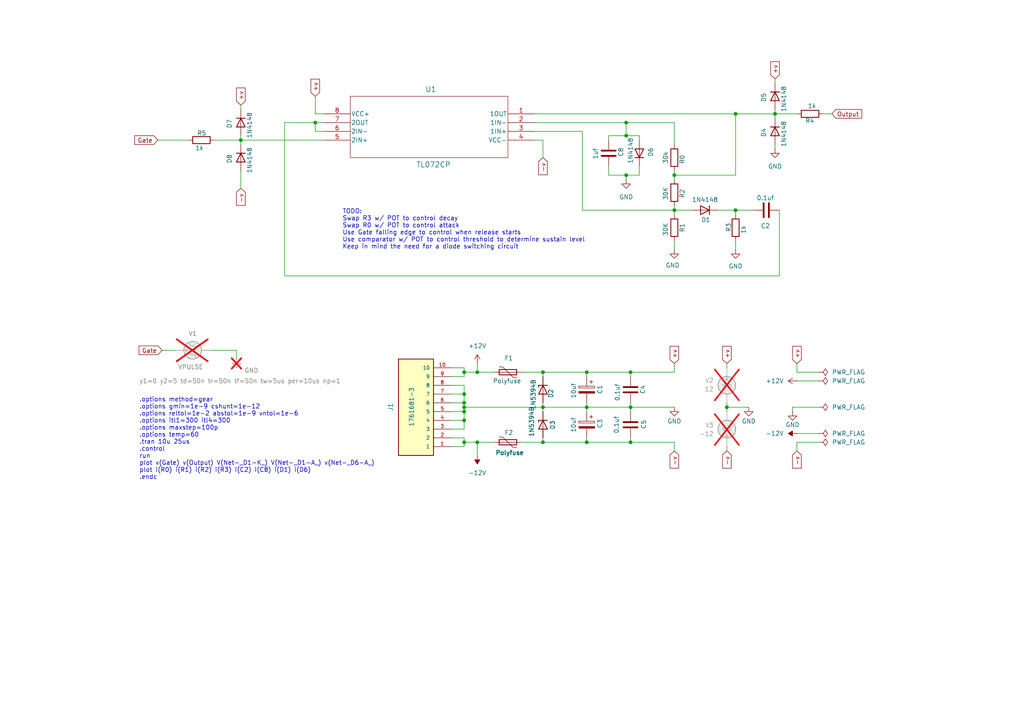
<source format=kicad_sch>
(kicad_sch (version 20250114) (generator "eeschema") (generator_version "9.0")
  (paper "A4")
  (title_block (title "Mono-Stable MultiVibrator") (date "2025-10-05") (rev "0.1b") (company "R-mods"))
  (lib_symbols
    (symbol "1761681-3:1761681-3" (pin_names (offset 1.016))
      (property "Reference" "J" (at -5.58 15.24 0))
      (property "Value" "1761681-3" (at -5.08 -15.24 0))
      (symbol "1761681-3_0_0"
        (rectangle (start -5.08 -12.7) (end 5.08 15.24) (stroke (width 0.254)) (fill (type background)))
        (pin passive line (at -10.16 12.7 0) (length 5.08) (name "1") (number "1"))
        (pin passive line (at -10.16 10.16 0) (length 5.08) (name "2") (number "2"))
        (pin passive line (at -10.16 7.62 0) (length 5.08) (name "3") (number "3"))
        (pin passive line (at -10.16 5.08 0) (length 5.08) (name "4") (number "4"))
        (pin passive line (at -10.16 2.54 0) (length 5.08) (name "5") (number "5"))
        (pin passive line (at -10.16 0 0) (length 5.08) (name "6") (number "6"))
        (pin passive line (at -10.16 -2.54 0) (length 5.08) (name "7") (number "7"))
        (pin passive line (at -10.16 -5.08 0) (length 5.08) (name "8") (number "8"))
        (pin passive line (at -10.16 -7.62 0) (length 5.08) (name "9") (number "9"))
        (pin passive line (at -10.16 -10.16 0) (length 5.08) (name "10") (number "10"))
      )
    )
    (symbol "2025-08-15_11-35-44:TL072CP" (pin_names (offset 0.254))
      (property "Reference" "U" (at 30.48 10.16 0))
      (property "Value" "TL072CP" (at 30.48 7.62 0))
      (symbol "TL072CP_0_1"
        (polyline (pts (xy 7.62 5.08) (xy 7.62 -12.7)) (stroke (width 0.127)))
        (polyline (pts (xy 7.62 -12.7) (xy 53.34 -12.7)) (stroke (width 0.127)))
        (polyline (pts (xy 53.34 5.08) (xy 7.62 5.08)) (stroke (width 0.127)))
        (polyline (pts (xy 53.34 -12.7) (xy 53.34 5.08)) (stroke (width 0.127)))
        (pin output line (at 0 0 0) (length 7.62) (name "1OUT") (number "1"))
        (pin input line (at 0 -2.54 0) (length 7.62) (name "1IN-") (number "2"))
        (pin input line (at 0 -5.08 0) (length 7.62) (name "1IN+") (number "3"))
        (pin power_in line (at 0 -7.62 0) (length 7.62) (name "VCC-") (number "4"))
        (pin power_in line (at 60.96 0 180) (length 7.62) (name "VCC+") (number "8"))
        (pin output line (at 60.96 -2.54 180) (length 7.62) (name "2OUT") (number "7"))
        (pin input line (at 60.96 -5.08 180) (length 7.62) (name "2IN-") (number "6"))
        (pin input line (at 60.96 -7.62 180) (length 7.62) (name "2IN+") (number "5"))
      )
    )
    (symbol "Device:C" (pin_numbers (hide yes)) (pin_names (offset 0.254))
      (property "Reference" "C" (at 0.635 2.54 0))
      (property "Value" "C" (at 0.635 -2.54 0))
      (symbol "C_0_1"
        (polyline (pts (xy -2.032 0.762) (xy 2.032 0.762)) (stroke (width 0.508)))
        (polyline (pts (xy -2.032 -0.762) (xy 2.032 -0.762)) (stroke (width 0.508)))
      )
      (symbol "C_1_1"
        (pin passive line (at 0 3.81 270) (length 2.794) (name "~") (number "1"))
        (pin passive line (at 0 -3.81 90) (length 2.794) (name "~") (number "2"))
      )
    )
    (symbol "Device:C_Polarized" (pin_numbers (hide yes)) (pin_names (offset 0.254))
      (property "Reference" "C" (at 0.635 2.54 0))
      (property "Value" "C_Polarized" (at 0.635 -2.54 0))
      (symbol "C_Polarized_0_1"
        (rectangle (start -2.286 0.508) (end 2.286 1.016))
        (polyline (pts (xy -1.778 2.286) (xy -0.762 2.286)))
        (polyline (pts (xy -1.27 2.794) (xy -1.27 1.778)))
        (rectangle (start 2.286 -0.508) (end -2.286 -1.016) (fill (type outline)))
      )
      (symbol "C_Polarized_1_1"
        (pin passive line (at 0 3.81 270) (length 2.794) (name "~") (number "1"))
        (pin passive line (at 0 -3.81 90) (length 2.794) (name "~") (number "2"))
      )
    )
    (symbol "Device:D" (pin_numbers (hide yes)) (pin_names (offset 1.016) (hide yes))
      (property "Reference" "D" (at 0 2.54 0))
      (property "Value" "D" (at 0 -2.54 0))
      (symbol "D_0_1"
        (polyline (pts (xy -1.27 1.27) (xy -1.27 -1.27)) (stroke (width 0.254)))
        (polyline (pts (xy 1.27 1.27) (xy 1.27 -1.27) (xy -1.27 0) (xy 1.27 1.27)) (stroke (width 0.254)))
        (polyline (pts (xy 1.27 0) (xy -1.27 0)))
      )
      (symbol "D_1_1"
        (pin passive line (at -3.81 0 0) (length 2.54) (name "K") (number "1"))
        (pin passive line (at 3.81 0 180) (length 2.54) (name "A") (number "2"))
      )
    )
    (symbol "Device:Polyfuse" (pin_numbers (hide yes)) (pin_names (offset 0))
      (property "Reference" "F" (at -2.54 0 90))
      (property "Value" "Polyfuse" (at 2.54 0 90))
      (symbol "Polyfuse_0_1"
        (polyline (pts (xy -1.524 2.54) (xy -1.524 1.524) (xy 1.524 -1.524) (xy 1.524 -2.54)))
        (rectangle (start -0.762 2.54) (end 0.762 -2.54) (stroke (width 0.254)))
        (polyline (pts (xy 0 2.54) (xy 0 -2.54)))
      )
      (symbol "Polyfuse_1_1"
        (pin passive line (at 0 3.81 270) (length 1.27) (name "~") (number "1"))
        (pin passive line (at 0 -3.81 90) (length 1.27) (name "~") (number "2"))
      )
    )
    (symbol "Device:R" (pin_numbers (hide yes)) (pin_names (offset 0))
      (property "Reference" "R" (at 2.032 0 90))
      (property "Value" "R" (at 0 0 90))
      (symbol "R_0_1"
        (rectangle (start -1.016 -2.54) (end 1.016 2.54) (stroke (width 0.254)))
      )
      (symbol "R_1_1"
        (pin passive line (at 0 3.81 270) (length 1.27) (name "~") (number "1"))
        (pin passive line (at 0 -3.81 90) (length 1.27) (name "~") (number "2"))
      )
    )
    (symbol "Diode:1N53xxB" (pin_numbers (hide yes)) (pin_names (hide yes))
      (property "Reference" "D" (at 0 2.54 0))
      (property "Value" "1N53xxB" (at 0 -2.54 0))
      (symbol "1N53xxB_0_1"
        (polyline (pts (xy -1.27 -1.27) (xy -1.27 1.27) (xy -0.762 1.27)) (stroke (width 0.254)))
        (polyline (pts (xy 1.27 0) (xy -1.27 0)))
        (polyline (pts (xy 1.27 -1.27) (xy 1.27 1.27) (xy -1.27 0) (xy 1.27 -1.27)) (stroke (width 0.254)))
      )
      (symbol "1N53xxB_1_1"
        (pin passive line (at -3.81 0 0) (length 2.54) (name "K") (number "1"))
        (pin passive line (at 3.81 0 180) (length 2.54) (name "A") (number "2"))
      )
    )
    (symbol "Simulation_SPICE:VDC" (pin_numbers (hide yes)) (pin_names (offset 0.0254))
      (property "Reference" "V" (at 2.54 2.54 0))
      (property "Value" "1" (at 2.54 0 0))
      (symbol "VDC_0_0"
        (polyline (pts (xy -1.27 0.254) (xy 1.27 0.254)))
        (polyline (pts (xy -0.762 -0.254) (xy -1.27 -0.254)))
        (polyline (pts (xy 0.254 -0.254) (xy -0.254 -0.254)))
        (polyline (pts (xy 1.27 -0.254) (xy 0.762 -0.254)))
        (text "+" (at 0 1.905 0) (effects (font (size 1.27 1.27))))
      )
      (symbol "VDC_0_1"
        (circle (center 0 0) (radius 2.54) (stroke (width 0.254)) (fill (type background)))
      )
      (symbol "VDC_1_1"
        (pin passive line (at 0 5.08 270) (length 2.54) (name "~") (number "1"))
        (pin passive line (at 0 -5.08 90) (length 2.54) (name "~") (number "2"))
      )
    )
    (symbol "Simulation_SPICE:VPULSE" (pin_numbers (hide yes)) (pin_names (offset 0.0254))
      (property "Reference" "V" (at 2.54 2.54 0))
      (property "Value" "VPULSE" (at 2.54 0 0))
      (property "Sim.Params" "y1=0 y2=1 td=2n tr=2n tf=2n tw=50n per=100n" (at 2.54 -2.54 0))
      (symbol "VPULSE_0_0"
        (polyline (pts (xy -2.032 -0.762) (xy -1.397 -0.762) (xy -1.143 0.762) (xy -0.127 0.762) (xy 0.127 -0.762) (xy 1.143 -0.762) (xy 1.397 0.762) (xy 2.032 0.762)))
        (text "+" (at 0 1.905 0) (effects (font (size 1.27 1.27))))
      )
      (symbol "VPULSE_0_1"
        (circle (center 0 0) (radius 2.54) (stroke (width 0.254)) (fill (type background)))
      )
      (symbol "VPULSE_1_1"
        (pin passive line (at 0 5.08 270) (length 2.54) (name "~") (number "1"))
        (pin passive line (at 0 -5.08 90) (length 2.54) (name "~") (number "2"))
      )
    )
    (symbol "power:+12V" (power) (pin_numbers (hide yes)) (pin_names (offset 0) (hide yes))
      (property "Value" "+12V" (at 0 3.556 0))
      (symbol "+12V_0_1"
        (polyline (pts (xy -0.762 1.27) (xy 0 2.54)))
        (polyline (pts (xy 0 2.54) (xy 0.762 1.27)))
        (polyline (pts (xy 0 0) (xy 0 2.54)))
      )
      (symbol "+12V_1_1"
        (pin power_in line (at 0 0 90) (length 0) (name "~") (number "1"))
      )
    )
    (symbol "power:-12V" (power) (pin_numbers (hide yes)) (pin_names (offset 0) (hide yes))
      (property "Value" "-12V" (at 0 3.556 0))
      (symbol "-12V_0_0"
        (pin power_in line (at 0 0 90) (length 0) (name "~") (number "1"))
      )
      (symbol "-12V_0_1"
        (polyline (pts (xy 0 0) (xy 0 1.27) (xy 0.762 1.27) (xy 0 2.54) (xy -0.762 1.27) (xy 0 1.27)) (fill (type outline)))
      )
    )
    (symbol "power:GND" (power) (pin_numbers (hide yes)) (pin_names (offset 0) (hide yes))
      (property "Value" "GND" (at 0 -3.81 0))
      (symbol "GND_0_1"
        (polyline (pts (xy 0 0) (xy 0 -1.27) (xy 1.27 -1.27) (xy 0 -2.54) (xy -1.27 -1.27) (xy 0 -1.27)))
      )
      (symbol "GND_1_1"
        (pin power_in line (at 0 0 270) (length 0) (name "~") (number "1"))
      )
    )
    (symbol "power:PWR_FLAG" (power) (pin_numbers (hide yes)) (pin_names (offset 0) (hide yes))
      (property "Value" "PWR_FLAG" (at 0 3.81 0))
      (symbol "PWR_FLAG_0_0"
        (pin power_out line (at 0 0 90) (length 0) (name "~") (number "1"))
      )
      (symbol "PWR_FLAG_0_1"
        (polyline (pts (xy 0 0) (xy 0 1.27) (xy -1.016 1.905) (xy 0 2.54) (xy 1.016 1.905) (xy 0 1.27)))
      )
    )
  )
  (text ".options method=gear \n.options gmin=1e-9 cshunt=1e-12 \n.options reltol=1e-2 abstol=1e-9 vntol=1e-6 \n.options itl1=300 itl4=300 \n.options maxstep=100p\n.options temp=60\n.tran 10u 25us\n.control\nrun\nplot v(Gate) v(Output) V(Net-_D1-K_) V(Net-_D1-A_) v(Net-_D6-A_)\nplot i(R0) i(R1) i(R2) i(R3) i(C2) i(C8) i(D1) i(D6)\n.endc\n" (at 40.386 127.254 0) (effects (font (size 1.27 1.27)) (justify left)))
  (text "TODO:\nSwap R3 w/ POT to control decay\nSwap R0 w/ POT to control attack\nUse Gate falling edge to control when release starts\nUse comparator w/ POT to control threshold to determine sustain level\nKeep in mind the need for a diode switching circuit\n\n" (at 99.314 67.564 0) (effects (font (size 1.27 1.27)) (justify left)))
  (junction (at 134.62 121.92))
  (junction (at 157.48 107.95))
  (junction (at 134.62 114.3))
  (junction (at 181.61 50.8))
  (junction (at 213.36 60.96))
  (junction (at 134.62 128.27))
  (junction (at 195.58 50.8))
  (junction (at 138.43 107.95))
  (junction (at 170.18 128.27))
  (junction (at 213.36 33.02))
  (junction (at 181.61 35.56))
  (junction (at 224.79 33.02))
  (junction (at 182.88 107.95))
  (junction (at 138.43 128.27))
  (junction (at 91.44 35.56))
  (junction (at 195.58 60.96))
  (junction (at 170.18 107.95))
  (junction (at 134.62 118.11))
  (junction (at 134.62 119.38))
  (junction (at 182.88 118.11))
  (junction (at 157.48 118.11))
  (junction (at 157.48 128.27))
  (junction (at 134.62 116.84))
  (junction (at 134.62 107.95))
  (junction (at 181.61 39.37))
  (junction (at 69.85 40.64))
  (junction (at 182.88 128.27))
  (junction (at 210.82 118.11))
  (junction (at 170.18 118.11))
  (wire (pts (xy 195.58 105.41) (xy 195.58 107.95)))
  (wire (pts (xy 54.61 40.64) (xy 45.72 40.64)))
  (wire (pts (xy 208.28 60.96) (xy 213.36 60.96)))
  (wire (pts (xy 195.58 107.95) (xy 182.88 107.95)))
  (wire (pts (xy 170.18 116.84) (xy 170.18 118.11)))
  (wire (pts (xy 224.79 41.91) (xy 224.79 43.18)))
  (wire (pts (xy 224.79 33.02) (xy 224.79 34.29)))
  (wire (pts (xy 210.82 105.41) (xy 210.82 106.68)))
  (wire (pts (xy 195.58 50.8) (xy 195.58 52.07)))
  (wire (pts (xy 138.43 128.27) (xy 134.62 128.27)))
  (wire (pts (xy 157.48 45.72) (xy 157.48 40.64)))
  (wire (pts (xy 213.36 62.23) (xy 213.36 60.96)))
  (wire (pts (xy 134.62 127) (xy 134.62 128.27)))
  (wire (pts (xy 195.58 35.56) (xy 195.58 41.91)))
  (wire (pts (xy 138.43 128.27) (xy 138.43 132.08)))
  (wire (pts (xy 181.61 39.37) (xy 176.53 39.37)))
  (wire (pts (xy 134.62 124.46) (xy 130.81 124.46)))
  (wire (pts (xy 170.18 107.95) (xy 157.48 107.95)))
  (wire (pts (xy 168.91 38.1) (xy 154.94 38.1)))
  (wire (pts (xy 176.53 50.8) (xy 176.53 48.26)))
  (wire (pts (xy 168.91 38.1) (xy 168.91 60.96)))
  (wire (pts (xy 182.88 118.11) (xy 170.18 118.11)))
  (wire (pts (xy 157.48 107.95) (xy 151.13 107.95)))
  (wire (pts (xy 134.62 128.27) (xy 134.62 129.54)))
  (wire (pts (xy 69.85 40.64) (xy 62.23 40.64)))
  (wire (pts (xy 210.82 129.54) (xy 210.82 130.81)))
  (wire (pts (xy 176.53 40.64) (xy 176.53 39.37)))
  (wire (pts (xy 134.62 129.54) (xy 130.81 129.54)))
  (wire (pts (xy 195.58 60.96) (xy 200.66 60.96)))
  (wire (pts (xy 168.91 60.96) (xy 195.58 60.96)))
  (wire (pts (xy 157.48 40.64) (xy 154.94 40.64)))
  (wire (pts (xy 231.14 128.27) (xy 237.49 128.27)))
  (wire (pts (xy 130.81 111.76) (xy 134.62 111.76)))
  (wire (pts (xy 185.42 50.8) (xy 181.61 50.8)))
  (wire (pts (xy 134.62 114.3) (xy 134.62 116.84)))
  (wire (pts (xy 231.14 125.73) (xy 237.49 125.73)))
  (wire (pts (xy 69.85 40.64) (xy 69.85 41.91)))
  (wire (pts (xy 231.14 107.95) (xy 237.49 107.95)))
  (wire (pts (xy 93.98 35.56) (xy 91.44 35.56)))
  (wire (pts (xy 69.85 30.48) (xy 69.85 31.75)))
  (wire (pts (xy 181.61 35.56) (xy 154.94 35.56)))
  (wire (pts (xy 182.88 107.95) (xy 170.18 107.95)))
  (wire (pts (xy 134.62 118.11) (xy 134.62 119.38)))
  (wire (pts (xy 134.62 121.92) (xy 130.81 121.92)))
  (wire (pts (xy 68.58 101.6) (xy 68.58 104.14)))
  (wire (pts (xy 157.48 128.27) (xy 151.13 128.27)))
  (wire (pts (xy 93.98 38.1) (xy 91.44 38.1)))
  (wire (pts (xy 229.87 118.11) (xy 237.49 118.11)))
  (wire (pts (xy 213.36 69.85) (xy 213.36 72.39)))
  (wire (pts (xy 157.48 116.84) (xy 157.48 118.11)))
  (wire (pts (xy 134.62 119.38) (xy 130.81 119.38)))
  (wire (pts (xy 195.58 118.11) (xy 182.88 118.11)))
  (wire (pts (xy 91.44 35.56) (xy 82.55 35.56)))
  (wire (pts (xy 195.58 128.27) (xy 195.58 130.81)))
  (wire (pts (xy 46.99 101.6) (xy 50.8 101.6)))
  (wire (pts (xy 130.81 127) (xy 134.62 127)))
  (wire (pts (xy 231.14 33.02) (xy 224.79 33.02)))
  (wire (pts (xy 157.48 127) (xy 157.48 128.27)))
  (wire (pts (xy 91.44 35.56) (xy 91.44 38.1)))
  (wire (pts (xy 134.62 121.92) (xy 134.62 124.46)))
  (wire (pts (xy 218.44 60.96) (xy 213.36 60.96)))
  (wire (pts (xy 182.88 118.11) (xy 182.88 119.38)))
  (wire (pts (xy 134.62 109.22) (xy 130.81 109.22)))
  (wire (pts (xy 93.98 33.02) (xy 91.44 33.02)))
  (wire (pts (xy 185.42 39.37) (xy 181.61 39.37)))
  (wire (pts (xy 91.44 27.94) (xy 91.44 33.02)))
  (wire (pts (xy 138.43 107.95) (xy 134.62 107.95)))
  (wire (pts (xy 138.43 105.41) (xy 138.43 107.95)))
  (wire (pts (xy 181.61 39.37) (xy 181.61 35.56)))
  (wire (pts (xy 182.88 128.27) (xy 170.18 128.27)))
  (wire (pts (xy 213.36 33.02) (xy 154.94 33.02)))
  (wire (pts (xy 69.85 39.37) (xy 69.85 40.64)))
  (wire (pts (xy 170.18 127) (xy 170.18 128.27)))
  (wire (pts (xy 226.06 60.96) (xy 226.06 80.01)))
  (wire (pts (xy 195.58 60.96) (xy 195.58 59.69)))
  (wire (pts (xy 134.62 116.84) (xy 134.62 118.11)))
  (wire (pts (xy 213.36 50.8) (xy 195.58 50.8)))
  (wire (pts (xy 224.79 31.75) (xy 224.79 33.02)))
  (wire (pts (xy 241.3 33.02) (xy 238.76 33.02)))
  (wire (pts (xy 210.82 118.11) (xy 210.82 119.38)))
  (wire (pts (xy 213.36 33.02) (xy 213.36 50.8)))
  (wire (pts (xy 231.14 128.27) (xy 231.14 130.81)))
  (wire (pts (xy 182.88 127) (xy 182.88 128.27)))
  (wire (pts (xy 181.61 50.8) (xy 176.53 50.8)))
  (wire (pts (xy 182.88 107.95) (xy 182.88 109.22)))
  (wire (pts (xy 210.82 116.84) (xy 210.82 118.11)))
  (wire (pts (xy 143.51 128.27) (xy 138.43 128.27)))
  (wire (pts (xy 185.42 50.8) (xy 185.42 48.26)))
  (wire (pts (xy 143.51 107.95) (xy 138.43 107.95)))
  (wire (pts (xy 157.48 118.11) (xy 157.48 119.38)))
  (wire (pts (xy 134.62 111.76) (xy 134.62 114.3)))
  (wire (pts (xy 195.58 50.8) (xy 195.58 49.53)))
  (wire (pts (xy 182.88 116.84) (xy 182.88 118.11)))
  (wire (pts (xy 170.18 107.95) (xy 170.18 109.22)))
  (wire (pts (xy 224.79 22.86) (xy 224.79 24.13)))
  (wire (pts (xy 226.06 80.01) (xy 82.55 80.01)))
  (wire (pts (xy 231.14 105.41) (xy 231.14 107.95)))
  (wire (pts (xy 229.87 119.38) (xy 229.87 118.11)))
  (wire (pts (xy 134.62 116.84) (xy 130.81 116.84)))
  (wire (pts (xy 82.55 35.56) (xy 82.55 80.01)))
  (wire (pts (xy 224.79 33.02) (xy 213.36 33.02)))
  (wire (pts (xy 157.48 107.95) (xy 157.48 109.22)))
  (wire (pts (xy 130.81 106.68) (xy 134.62 106.68)))
  (wire (pts (xy 195.58 62.23) (xy 195.58 60.96)))
  (wire (pts (xy 69.85 49.53) (xy 69.85 54.61)))
  (wire (pts (xy 195.58 69.85) (xy 195.58 72.39)))
  (wire (pts (xy 185.42 40.64) (xy 185.42 39.37)))
  (wire (pts (xy 195.58 35.56) (xy 181.61 35.56)))
  (wire (pts (xy 134.62 106.68) (xy 134.62 107.95)))
  (wire (pts (xy 93.98 40.64) (xy 69.85 40.64)))
  (wire (pts (xy 181.61 50.8) (xy 181.61 52.07)))
  (wire (pts (xy 231.14 110.49) (xy 237.49 110.49)))
  (wire (pts (xy 195.58 128.27) (xy 182.88 128.27)))
  (wire (pts (xy 157.48 118.11) (xy 134.62 118.11)))
  (wire (pts (xy 217.17 118.11) (xy 210.82 118.11)))
  (wire (pts (xy 170.18 128.27) (xy 157.48 128.27)))
  (wire (pts (xy 134.62 114.3) (xy 130.81 114.3)))
  (wire (pts (xy 170.18 118.11) (xy 157.48 118.11)))
  (wire (pts (xy 170.18 118.11) (xy 170.18 119.38)))
  (wire (pts (xy 134.62 107.95) (xy 134.62 109.22)))
  (wire (pts (xy 60.96 101.6) (xy 68.58 101.6)))
  (wire (pts (xy 134.62 119.38) (xy 134.62 121.92)))
  (global_label "Gate" (shape input) (at 45.72 40.64 180) (property "Intersheetrefs" "${INTERSHEET_REFS}" (effects (hide yes))))
  (global_label "+v" (shape input) (at 224.79 22.86 90) (property "Intersheetrefs" "${INTERSHEET_REFS}" (effects (hide yes))))
  (global_label "+v" (shape input) (at 231.14 105.41 90) (property "Intersheetrefs" "${INTERSHEET_REFS}" (effects (hide yes))))
  (global_label "Output" (shape input) (at 241.3 33.02 0) (property "Intersheetrefs" "${INTERSHEET_REFS}" (effects (hide yes))))
  (global_label "-v" (shape input) (at 231.14 130.81 270) (property "Intersheetrefs" "${INTERSHEET_REFS}" (effects (hide yes))))
  (global_label "-v" (shape input) (at 69.85 54.61 270) (property "Intersheetrefs" "${INTERSHEET_REFS}" (effects (hide yes))))
  (global_label "+v" (shape input) (at 210.82 105.41 90) (property "Intersheetrefs" "${INTERSHEET_REFS}" (effects (hide yes))))
  (global_label "+v" (shape input) (at 91.44 27.94 90) (property "Intersheetrefs" "${INTERSHEET_REFS}" (effects (hide yes))))
  (global_label "Gate" (shape input) (at 46.99 101.6 180) (property "Intersheetrefs" "${INTERSHEET_REFS}" (effects (hide yes))))
  (global_label "-v" (shape input) (at 195.58 130.81 270) (property "Intersheetrefs" "${INTERSHEET_REFS}" (effects (hide yes))))
  (global_label "-v" (shape input) (at 157.48 45.72 270) (property "Intersheetrefs" "${INTERSHEET_REFS}" (effects (hide yes))))
  (global_label "+v" (shape input) (at 195.58 105.41 90) (property "Intersheetrefs" "${INTERSHEET_REFS}" (effects (hide yes))))
  (global_label "-v" (shape input) (at 210.82 130.81 270) (property "Intersheetrefs" "${INTERSHEET_REFS}" (effects (hide yes))))
  (global_label "+v" (shape input) (at 69.85 30.48 90) (property "Intersheetrefs" "${INTERSHEET_REFS}" (effects (hide yes))))
  (symbol (lib_id "power:PWR_FLAG") (at 237.49 110.49 270) (unit 1)
    (property "Reference" "#FLG01" (effects (hide yes)))
    (property "Value" "PWR_FLAG" (at 241.3 110.4899 90) (effects (justify left)))
    (property "Description" "Special symbol for telling ERC where power comes from" (effects (hide yes)))
  )
  (symbol (lib_id "Device:C_Polarized") (at 170.18 123.19 0) (mirror y) (unit 1)
    (property "Reference" "C3" (at 173.99 124.206 90) (effects (justify left)))
    (property "Value" "10uf" (at 166.37 125.476 90) (effects (justify left)))
    (property "Description" "Polarized capacitor" (effects (hide yes)))
  )
  (symbol (lib_id "power:GND") (at 181.61 52.07 0) (unit 1)
    (property "Reference" "#PWR014" (effects (hide yes)))
    (property "Value" "GND" (at 181.61 57.15 0))
    (property "Description" "Power symbol creates a global label with name \"GND\" , ground" (effects (hide yes)))
  )
  (symbol (lib_id "Diode:1N53xxB") (at 157.48 113.03 90) (mirror x) (unit 1) (exclude_from_sim yes)
    (property "Reference" "D2" (at 159.766 112.776 0) (effects (justify left)))
    (property "Value" "1N5394B" (at 154.686 109.982 0) (effects (justify left)))
    (property "Footprint" "Diode_THT:D_DO-201_P15.24mm_Horizontal" (effects (hide yes)))
    (property "Datasheet" "https://diotec.com/tl_files/diotec/files/pdf/datasheets/1n5345b.pdf" (effects (hide yes)))
    (property "Description" "5000mW Zener Diode, DO-201" (effects (hide yes)))
    (property "Sim.Library" "models/1N5818.spice" (effects (hide yes)))
    (property "Sim.Name" "DI_1N5818" (effects (hide yes)))
  )
  (symbol (lib_id "Simulation_SPICE:VPULSE") (at 55.88 101.6 90) (unit 1) (in_bom no) (on_board no) (dnp yes)
    (property "Reference" "V1" (at 57.15 96.774 90) (effects (justify left)))
    (property "Value" "VPULSE" (at 58.928 106.426 90) (effects (justify left)))
    (property "Datasheet" "https://ngspice.sourceforge.io/docs/ngspice-html-manual/manual.xhtml#sec_Independent_Sources_for" (effects (hide yes)))
    (property "Description" "Voltage source, pulse" (effects (hide yes)))
    (property "Sim.Pins" "1=+ 2=-" (effects (hide yes)))
    (property "Sim.Type" "PULSE" (effects (hide yes)))
    (property "Sim.Device" "V" (effects (hide yes)))
    (property "Sim.Params" "y1=0 y2=5 td=50n tr=50n tf=50n tw=5us per=10us np=1" (at 40.386 110.49 90) (effects (justify right)))
  )
  (symbol (lib_id "Device:Polyfuse") (at 147.32 128.27 270) (mirror x) (unit 1) (exclude_from_sim yes)
    (property "Reference" "F2" (at 147.574 125.476 90))
    (property "Value" "Polyfuse" (at 147.828 131.318 90) (effects (font (thickness 0.254) (bold yes))))
    (property "Description" "Resettable fuse, polymeric positive temperature coefficient" (effects (hide yes)))
    (property "Sim.Library" "models/polyfuse.lib" (effects (hide yes)))
    (property "Sim.Name" "polyfuse" (effects (hide yes)))
    (property "Sim.Device" "SUBCKT" (effects (hide yes)))
    (property "Sim.Pins" "1=1 2=2" (effects (hide yes)))
  )
  (symbol (lib_id "Device:C_Polarized") (at 170.18 113.03 0) (mirror y) (unit 1)
    (property "Reference" "C1" (at 173.99 114.3 90) (effects (justify left)))
    (property "Value" "10uf" (at 166.37 115.57 90) (effects (justify left)))
    (property "Description" "Polarized capacitor" (effects (hide yes)))
  )
  (symbol (lib_id "Device:D") (at 69.85 35.56 90) (mirror x) (unit 1)
    (property "Reference" "D7" (at 66.548 34.544 0) (effects (justify left)))
    (property "Value" "1N4148" (at 72.39 32.512 0) (effects (justify left)))
    (property "Description" "Diode" (effects (hide yes)))
    (property "Sim.Device" "D" (effects (hide yes)))
    (property "Sim.Pins" "1=K 2=A" (effects (hide yes)))
  )
  (symbol (lib_id "power:GND") (at 195.58 72.39 0) (unit 1)
    (property "Reference" "#PWR010" (effects (hide yes)))
    (property "Value" "GND" (at 195.072 76.962 0))
    (property "Description" "Power symbol creates a global label with name \"GND\" , ground" (effects (hide yes)))
  )
  (symbol (lib_id "power:PWR_FLAG") (at 237.49 107.95 270) (unit 1)
    (property "Reference" "#FLG04" (effects (hide yes)))
    (property "Value" "PWR_FLAG" (at 241.3 107.9499 90) (effects (justify left)))
    (property "Description" "Special symbol for telling ERC where power comes from" (effects (hide yes)))
  )
  (symbol (lib_id "Device:C") (at 182.88 123.19 0) (mirror y) (unit 1)
    (property "Reference" "C5" (at 186.69 124.46 90) (effects (justify left)))
    (property "Value" "0.1uf" (at 178.816 125.73 90) (effects (justify left)))
    (property "Description" "Unpolarized capacitor" (effects (hide yes)))
  )
  (symbol (lib_id "Device:R") (at 58.42 40.64 90) (unit 1)
    (property "Reference" "R5" (at 57.15 38.608 90) (effects (justify right)))
    (property "Value" "1k" (at 56.642 42.926 90) (effects (justify right)))
    (property "Description" "Resistor" (effects (hide yes)))
  )
  (symbol (lib_id "Device:D") (at 224.79 27.94 90) (mirror x) (unit 1)
    (property "Reference" "D5" (at 221.488 26.924 0) (effects (justify left)))
    (property "Value" "1N4148" (at 227.33 24.892 0) (effects (justify left)))
    (property "Description" "Diode" (effects (hide yes)))
    (property "Sim.Device" "D" (effects (hide yes)))
    (property "Sim.Pins" "1=K 2=A" (effects (hide yes)))
  )
  (symbol (lib_id "Device:R") (at 234.95 33.02 270) (unit 1)
    (property "Reference" "R4" (at 236.22 35.052 90) (effects (justify right)))
    (property "Value" "1k" (at 236.728 30.734 90) (effects (justify right)))
    (property "Description" "Resistor" (effects (hide yes)))
  )
  (symbol (lib_id "power:GND") (at 195.58 118.11 0) (mirror y) (unit 1)
    (property "Reference" "#PWR04" (effects (hide yes)))
    (property "Value" "GND" (at 195.58 122.174 0))
    (property "Description" "Power symbol creates a global label with name \"GND\" , ground" (effects (hide yes)))
  )
  (symbol (lib_id "power:GND") (at 229.87 119.38 0) (unit 1)
    (property "Reference" "#PWR07" (effects (hide yes)))
    (property "Value" "GND" (at 229.87 123.19 0))
    (property "Description" "Power symbol creates a global label with name \"GND\" , ground" (effects (hide yes)))
  )
  (symbol (lib_id "power:-12V") (at 231.14 125.73 90) (unit 1)
    (property "Reference" "#PWR09" (effects (hide yes)))
    (property "Value" "-12V" (at 227.33 125.7299 90) (effects (justify left)))
    (property "Description" "Power symbol creates a global label with name \"-12V\"" (effects (hide yes)))
  )
  (symbol (lib_id "Device:C") (at 182.88 113.03 0) (mirror y) (unit 1)
    (property "Reference" "C4" (at 186.436 114.3 90) (effects (justify left)))
    (property "Value" "0.1uf" (at 179.07 116.332 90) (effects (justify left)))
    (property "Description" "Unpolarized capacitor" (effects (hide yes)))
  )
  (symbol (lib_id "Device:D") (at 204.47 60.96 0) (mirror y) (unit 1)
    (property "Reference" "D1" (at 204.724 63.754 0))
    (property "Value" "1N4148" (at 204.47 57.912 0))
    (property "Description" "Diode" (effects (hide yes)))
    (property "Sim.Device" "D" (effects (hide yes)))
    (property "Sim.Pins" "1=K 2=A" (effects (hide yes)))
  )
  (symbol (lib_id "power:GND") (at 213.36 72.39 0) (mirror y) (unit 1)
    (property "Reference" "#PWR03" (effects (hide yes)))
    (property "Value" "GND" (at 213.36 77.216 0))
    (property "Description" "Power symbol creates a global label with name \"GND\" , ground" (effects (hide yes)))
  )
  (symbol (lib_id "Simulation_SPICE:VDC") (at 210.82 111.76 0) (mirror y) (unit 1) (in_bom no) (on_board no) (dnp yes)
    (property "Reference" "V2" (at 207.01 110.3601 0) (effects (justify left)))
    (property "Value" "12" (at 207.01 112.9001 0) (effects (justify left)))
    (property "Datasheet" "https://ngspice.sourceforge.io/docs/ngspice-html-manual/manual.xhtml#sec_Independent_Sources_for" (effects (hide yes)))
    (property "Description" "Voltage source, DC" (effects (hide yes)))
    (property "Sim.Pins" "1=+ 2=-" (effects (hide yes)))
    (property "Sim.Type" "DC" (effects (hide yes)))
    (property "Sim.Device" "V" (effects (hide yes)))
  )
  (symbol (lib_id "power:+12V") (at 231.14 110.49 90) (unit 1)
    (property "Reference" "#PWR08" (effects (hide yes)))
    (property "Value" "+12V" (at 227.33 110.4899 90) (effects (justify left)))
    (property "Description" "Power symbol creates a global label with name \"+12V\"" (effects (hide yes)))
  )
  (symbol (lib_id "Device:C") (at 176.53 44.45 0) (mirror y) (unit 1)
    (property "Reference" "C8" (at 180.086 45.466 90) (effects (justify left)))
    (property "Value" "1uf" (at 172.72 46.228 90) (effects (justify left)))
    (property "Description" "Unpolarized capacitor" (effects (hide yes)))
  )
  (symbol (lib_id "power:-12V") (at 138.43 132.08 0) (mirror x) (unit 1)
    (property "Reference" "#PWR06" (effects (hide yes)))
    (property "Value" "-12V" (at 138.43 137.16 0))
    (property "Description" "Power symbol creates a global label with name \"-12V\"" (effects (hide yes)))
  )
  (symbol (lib_id "2025-08-15_11-35-44:TL072CP") (at 154.94 33.02 0) (mirror y) (unit 1)
    (property "Reference" "U1" (at 124.968 25.908 0) (effects (font (size 1.524 1.524))))
    (property "Value" "TL072CP" (at 125.73 47.752 0) (effects (font (size 1.524 1.524))))
    (property "Footprint" "TL074CN:P8" (effects (hide yes)))
    (property "Datasheet" "https://www.ti.com/lit/gpn/tl072" (effects (hide yes)))
    (property "Sim.Library" "models/TL072.lib" (effects (hide yes)))
    (property "Sim.Name" "TL072" (effects (hide yes)))
    (property "Sim.Device" "SUBCKT" (effects (hide yes)))
    (property "Sim.Pins" "1=1out 2=1in- 3=1in+ 4=vcc- 5=2in+ 6=2in- 7=2out" (effects (hide yes)))
  )
  (symbol (lib_id "power:PWR_FLAG") (at 237.49 125.73 270) (unit 1)
    (property "Reference" "#FLG06" (effects (hide yes)))
    (property "Value" "PWR_FLAG" (at 241.3 125.7299 90) (effects (justify left)))
    (property "Description" "Special symbol for telling ERC where power comes from" (effects (hide yes)))
  )
  (symbol (lib_id "Device:Polyfuse") (at 147.32 107.95 270) (mirror x) (unit 1) (exclude_from_sim yes)
    (property "Reference" "F1" (at 147.574 103.886 90))
    (property "Value" "Polyfuse" (at 147.066 110.49 90))
    (property "Description" "Resettable fuse, polymeric positive temperature coefficient" (effects (hide yes)))
    (property "Sim.Library" "models/polyfuse.lib" (effects (hide yes)))
    (property "Sim.Name" "polyfuse" (effects (hide yes)))
    (property "Sim.Device" "SUBCKT" (effects (hide yes)))
    (property "Sim.Pins" "1=1 2=2" (effects (hide yes)))
  )
  (symbol (lib_id "Device:R") (at 195.58 45.72 0) (mirror x) (unit 1)
    (property "Reference" "R0" (at 197.866 46.228 90))
    (property "Value" "30k" (at 193.04 45.72 90))
    (property "Description" "Resistor" (effects (hide yes)))
  )
  (symbol (lib_id "power:+12V") (at 138.43 105.41 0) (mirror y) (unit 1)
    (property "Reference" "#PWR05" (effects (hide yes)))
    (property "Value" "+12V" (at 138.43 100.33 0))
    (property "Description" "Power symbol creates a global label with name \"+12V\"" (effects (hide yes)))
  )
  (symbol (lib_id "Simulation_SPICE:VDC") (at 210.82 124.46 0) (mirror x) (unit 1) (in_bom no) (on_board no) (dnp yes)
    (property "Reference" "V3" (at 207.01 123.3197 0) (effects (justify right)))
    (property "Value" "-12" (at 207.01 125.8597 0) (effects (justify right)))
    (property "Datasheet" "https://ngspice.sourceforge.io/docs/ngspice-html-manual/manual.xhtml#sec_Independent_Sources_for" (effects (hide yes)))
    (property "Description" "Voltage source, DC" (effects (hide yes)))
    (property "Sim.Pins" "1=+ 2=-" (effects (hide yes)))
    (property "Sim.Type" "DC" (effects (hide yes)))
    (property "Sim.Device" "V" (effects (hide yes)))
  )
  (symbol (lib_id "Device:C") (at 222.25 60.96 90) (mirror x) (unit 1)
    (property "Reference" "C2" (at 221.996 65.532 90))
    (property "Value" "0.1uf" (at 221.996 57.404 90))
    (property "Description" "Unpolarized capacitor" (effects (hide yes)))
  )
  (symbol (lib_id "Device:D") (at 69.85 45.72 90) (mirror x) (unit 1)
    (property "Reference" "D8" (at 66.548 44.704 0) (effects (justify left)))
    (property "Value" "1N4148" (at 72.39 42.672 0) (effects (justify left)))
    (property "Description" "Diode" (effects (hide yes)))
    (property "Sim.Device" "D" (effects (hide yes)))
    (property "Sim.Pins" "1=K 2=A" (effects (hide yes)))
  )
  (symbol (lib_id "Device:R") (at 195.58 66.04 0) (unit 1)
    (property "Reference" "R1" (at 197.866 66.04 90))
    (property "Value" "30K" (at 193.04 66.548 90))
    (property "Description" "Resistor" (effects (hide yes)))
  )
  (symbol (lib_id "power:PWR_FLAG") (at 237.49 118.11 270) (unit 1)
    (property "Reference" "#FLG05" (effects (hide yes)))
    (property "Value" "PWR_FLAG" (at 241.3 118.1099 90) (effects (justify left)))
    (property "Description" "Special symbol for telling ERC where power comes from" (effects (hide yes)))
  )
  (symbol (lib_id "Device:R") (at 195.58 55.88 0) (unit 1)
    (property "Reference" "R2" (at 197.866 56.134 90))
    (property "Value" "30K" (at 193.04 56.134 90))
    (property "Description" "Resistor" (effects (hide yes)))
  )
  (symbol (lib_id "Device:D") (at 185.42 44.45 270) (mirror x) (unit 1)
    (property "Reference" "D6" (at 188.722 45.466 0) (effects (justify left)))
    (property "Value" "1N4148" (at 182.88 47.498 0) (effects (justify left)))
    (property "Description" "Diode" (effects (hide yes)))
    (property "Sim.Device" "D" (effects (hide yes)))
    (property "Sim.Pins" "1=K 2=A" (effects (hide yes)))
  )
  (symbol (lib_id "Diode:1N53xxB") (at 157.48 123.19 90) (mirror x) (unit 1) (exclude_from_sim yes)
    (property "Reference" "D3" (at 160.274 121.92 0) (effects (justify left)))
    (property "Value" "1N5394B" (at 154.178 117.856 0) (effects (justify left)))
    (property "Footprint" "Diode_THT:D_DO-201_P15.24mm_Horizontal" (effects (hide yes)))
    (property "Datasheet" "https://diotec.com/tl_files/diotec/files/pdf/datasheets/1n5345b.pdf" (effects (hide yes)))
    (property "Description" "5000mW Zener Diode, DO-201" (effects (hide yes)))
    (property "Sim.Library" "models/1N5818.spice" (effects (hide yes)))
    (property "Sim.Name" "DI_1N5818" (effects (hide yes)))
  )
  (symbol (lib_id "1761681-3:1761681-3") (at 120.65 116.84 180) (unit 1) (exclude_from_sim yes)
    (property "Reference" "J1" (at 113.284 116.84 90) (effects (justify left)))
    (property "Value" "1761681-3" (at 119.38 112.268 90) (effects (justify left)))
    (property "Footprint" "1761681-3:TE_1761681-3" (effects (hide yes)))
    (property "Comment" "1761681-3" (effects (hide yes)))
  )
  (symbol (lib_id "Device:D") (at 224.79 38.1 90) (mirror x) (unit 1)
    (property "Reference" "D4" (at 221.488 37.084 0) (effects (justify left)))
    (property "Value" "1N4148" (at 227.33 35.052 0) (effects (justify left)))
    (property "Description" "Diode" (effects (hide yes)))
    (property "Sim.Device" "D" (effects (hide yes)))
    (property "Sim.Pins" "1=K 2=A" (effects (hide yes)))
  )
  (symbol (lib_id "power:PWR_FLAG") (at 237.49 128.27 270) (unit 1)
    (property "Reference" "#FLG07" (effects (hide yes)))
    (property "Value" "PWR_FLAG" (at 241.3 128.2699 90) (effects (justify left)))
    (property "Description" "Special symbol for telling ERC where power comes from" (effects (hide yes)))
  )
  (symbol (lib_id "power:GND") (at 217.17 118.11 0) (mirror y) (unit 1)
    (property "Reference" "#PWR011" (effects (hide yes)))
    (property "Value" "GND" (at 217.17 122.174 0))
    (property "Description" "Power symbol creates a global label with name \"GND\" , ground" (effects (hide yes)))
  )
  (symbol (lib_id "power:GND") (at 224.79 43.18 0) (unit 1)
    (property "Reference" "#PWR012" (effects (hide yes)))
    (property "Value" "GND" (at 224.79 48.26 0))
    (property "Description" "Power symbol creates a global label with name \"GND\" , ground" (effects (hide yes)))
  )
  (symbol (lib_id "power:GND") (at 68.58 104.14 0) (unit 1) (on_board no) (dnp yes)
    (property "Reference" "#PWR02" (effects (hide yes)))
    (property "Value" "GND" (at 70.866 107.442 0) (effects (justify left)))
    (property "Description" "Power symbol creates a global label with name \"GND\" , ground" (effects (hide yes)))
  )
  (symbol (lib_id "Device:R") (at 213.36 66.04 180) (unit 1)
    (property "Reference" "R3" (at 211.328 67.31 90) (effects (justify right)))
    (property "Value" "1k" (at 215.646 67.818 90) (effects (justify right)))
    (property "Description" "Resistor" (effects (hide yes)))
  )
)
</source>
